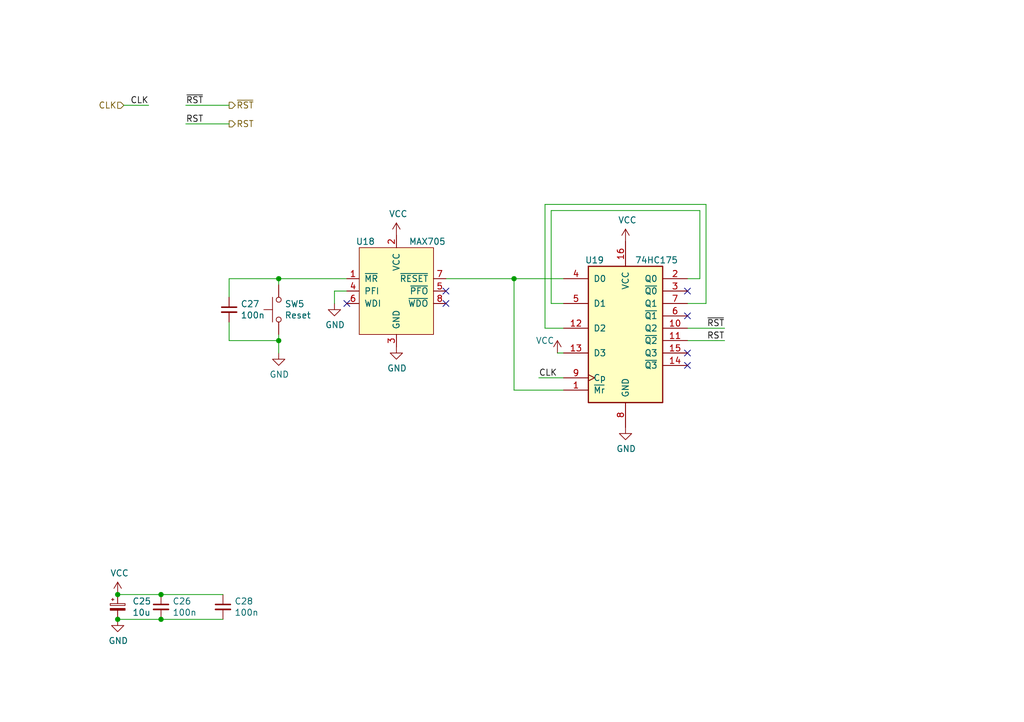
<source format=kicad_sch>
(kicad_sch (version 20211123) (generator eeschema)
  (paper "User" 210.007 148.006)
  (title_block (title "Reset Module") (date "2022-03-01") (rev "A.19") (comment 2 "https://github.com/adrienkohlbecker/65C816") (comment 3 "Licensed under CERN-OHL-W v2") (comment 4 "Copyright © 2021 Adrien Kohlbecker"))
  (lib_symbols
    (symbol "65C816:MAX705" (pin_names (offset 1.016))
      (property "Reference" "U" (at -6.35 10.16 0))
      (property "Value" "MAX705" (at 5.08 10.16 0))
      (symbol "MAX705_0_1"
        (rectangle (start -7.62 8.89) (end 7.62 -8.89) (fill (type background)))
      )
      (symbol "MAX705_1_1"
        (pin input line (at -10.16 2.54 0) (length 2.54) (name "~{MR}") (number "1"))
        (pin power_in line (at 0 11.43 270) (length 2.54) (name "VCC") (number "2"))
        (pin power_in line (at 0 -11.43 90) (length 2.54) (name "GND") (number "3"))
        (pin input line (at -10.16 0 0) (length 2.54) (name "PFI") (number "4"))
        (pin output line (at 10.16 0 180) (length 2.54) (name "~{PFO}") (number "5"))
        (pin input line (at -10.16 -2.54 0) (length 2.54) (name "WDI") (number "6"))
        (pin output line (at 10.16 2.54 180) (length 2.54) (name "~{RESET}") (number "7"))
        (pin output line (at 10.16 -2.54 180) (length 2.54) (name "~{WDO}") (number "8"))
      )
    )
    (symbol "74xx:74LS175" (pin_names (offset 1.016))
      (property "Reference" "U" (at -7.62 13.97 0))
      (property "Value" "74LS175" (at -7.62 -16.51 0))
      (symbol "74LS175_1_0"
        (pin input line (at -12.7 -12.7 0) (length 5.08) (name "~{Mr}") (number "1"))
        (pin output line (at 12.7 0 180) (length 5.08) (name "Q2") (number "10"))
        (pin output line (at 12.7 -2.54 180) (length 5.08) (name "~{Q2}") (number "11"))
        (pin input line (at -12.7 0 0) (length 5.08) (name "D2") (number "12"))
        (pin input line (at -12.7 -5.08 0) (length 5.08) (name "D3") (number "13"))
        (pin output line (at 12.7 -7.62 180) (length 5.08) (name "~{Q3}") (number "14"))
        (pin output line (at 12.7 -5.08 180) (length 5.08) (name "Q3") (number "15"))
        (pin power_in line (at 0 17.78 270) (length 5.08) (name "VCC") (number "16"))
        (pin output line (at 12.7 10.16 180) (length 5.08) (name "Q0") (number "2"))
        (pin output line (at 12.7 7.62 180) (length 5.08) (name "~{Q0}") (number "3"))
        (pin input line (at -12.7 10.16 0) (length 5.08) (name "D0") (number "4"))
        (pin input line (at -12.7 5.08 0) (length 5.08) (name "D1") (number "5"))
        (pin output line (at 12.7 2.54 180) (length 5.08) (name "~{Q1}") (number "6"))
        (pin output line (at 12.7 5.08 180) (length 5.08) (name "Q1") (number "7"))
        (pin power_in line (at 0 -20.32 90) (length 5.08) (name "GND") (number "8"))
        (pin input clock (at -12.7 -10.16 0) (length 5.08) (name "Cp") (number "9"))
      )
      (symbol "74LS175_1_1"
        (rectangle (start -7.62 12.7) (end 7.62 -15.24) (stroke (width 0.254)) (fill (type background)))
      )
    )
    (symbol "Device:C_Polarized_Small" (pin_numbers hide) (pin_names (offset 0.254) hide)
      (property "Reference" "C" (at 0.254 1.778 0))
      (property "Value" "C_Polarized_Small" (at 0.254 -2.032 0))
      (symbol "C_Polarized_Small_0_1"
        (rectangle (start -1.524 -0.3048) (end 1.524 -0.6858) (fill (type outline)))
        (rectangle (start -1.524 0.6858) (end 1.524 0.3048))
        (polyline (pts (xy -1.27 1.524) (xy -0.762 1.524)))
        (polyline (pts (xy -1.016 1.27) (xy -1.016 1.778)))
      )
      (symbol "C_Polarized_Small_1_1"
        (pin passive line (at 0 2.54 270) (length 1.8542) (name "~") (number "1"))
        (pin passive line (at 0 -2.54 90) (length 1.8542) (name "~") (number "2"))
      )
    )
    (symbol "Device:C_Small" (pin_numbers hide) (pin_names (offset 0.254) hide)
      (property "Reference" "C" (at 0.254 1.778 0))
      (property "Value" "C_Small" (at 0.254 -2.032 0))
      (symbol "C_Small_0_1"
        (polyline (pts (xy -1.524 -0.508) (xy 1.524 -0.508)) (stroke (width 0.3302)))
        (polyline (pts (xy -1.524 0.508) (xy 1.524 0.508)) (stroke (width 0.3048)))
      )
      (symbol "C_Small_1_1"
        (pin passive line (at 0 2.54 270) (length 2.032) (name "~") (number "1"))
        (pin passive line (at 0 -2.54 90) (length 2.032) (name "~") (number "2"))
      )
    )
    (symbol "Switch:SW_Push" (pin_numbers hide) (pin_names (offset 1.016) hide)
      (property "Reference" "SW" (at 1.27 2.54 0))
      (property "Value" "SW_Push" (at 0 -1.524 0))
      (symbol "SW_Push_0_1"
        (circle (center -2.032 0) (radius 0.508))
        (polyline (pts (xy 0 1.27) (xy 0 3.048)))
        (polyline (pts (xy 2.54 1.27) (xy -2.54 1.27)))
        (circle (center 2.032 0) (radius 0.508))
        (pin passive line (at -5.08 0 0) (length 2.54) (name "1") (number "1"))
        (pin passive line (at 5.08 0 180) (length 2.54) (name "2") (number "2"))
      )
    )
    (symbol "power:GND" (power) (pin_names (offset 0))
      (property "Value" "GND" (at 0 -3.81 0))
      (symbol "GND_0_1"
        (polyline (pts (xy 0 0) (xy 0 -1.27) (xy 1.27 -1.27) (xy 0 -2.54) (xy -1.27 -1.27) (xy 0 -1.27)))
      )
      (symbol "GND_1_1"
        (pin power_in line (at 0 0 270) (length 0) hide (name "GND") (number "1"))
      )
    )
    (symbol "power:VCC" (power) (pin_names (offset 0))
      (property "Value" "VCC" (at 0 3.81 0))
      (symbol "VCC_0_1"
        (polyline (pts (xy -0.762 1.27) (xy 0 2.54)))
        (polyline (pts (xy 0 0) (xy 0 2.54)))
        (polyline (pts (xy 0 2.54) (xy 0.762 1.27)))
      )
      (symbol "VCC_1_1"
        (pin power_in line (at 0 0 90) (length 0) hide (name "VCC") (number "1"))
      )
    )
  )
  (junction (at 57.15 69.85))
  (junction (at 105.41 57.15))
  (junction (at 24.13 121.92))
  (junction (at 33.02 121.92))
  (junction (at 33.02 127))
  (junction (at 24.13 127))
  (junction (at 57.15 57.15))
  (no_connect (at 140.97 59.69))
  (no_connect (at 91.44 59.69))
  (no_connect (at 140.97 72.39))
  (no_connect (at 71.12 62.23))
  (no_connect (at 91.44 62.23))
  (no_connect (at 140.97 74.93))
  (no_connect (at 140.97 64.77))
  (wire (pts (xy 113.03 43.18) (xy 113.03 62.23)))
  (wire (pts (xy 46.99 57.15) (xy 46.99 60.96)))
  (wire (pts (xy 143.51 43.18) (xy 113.03 43.18)))
  (wire (pts (xy 33.02 121.92) (xy 45.72 121.92)))
  (wire (pts (xy 140.97 69.85) (xy 148.59 69.85)))
  (wire (pts (xy 57.15 69.85) (xy 57.15 68.58)))
  (wire (pts (xy 144.78 62.23) (xy 144.78 41.91)))
  (wire (pts (xy 114.3 72.39) (xy 115.57 72.39)))
  (wire (pts (xy 46.99 25.4) (xy 38.1 25.4)))
  (wire (pts (xy 105.41 80.01) (xy 115.57 80.01)))
  (wire (pts (xy 71.12 57.15) (xy 57.15 57.15)))
  (wire (pts (xy 68.58 59.69) (xy 71.12 59.69)))
  (wire (pts (xy 57.15 57.15) (xy 57.15 58.42)))
  (wire (pts (xy 57.15 72.39) (xy 57.15 69.85)))
  (wire (pts (xy 25.4 21.59) (xy 30.48 21.59)))
  (wire (pts (xy 46.99 69.85) (xy 57.15 69.85)))
  (wire (pts (xy 140.97 62.23) (xy 144.78 62.23)))
  (wire (pts (xy 105.41 57.15) (xy 115.57 57.15)))
  (wire (pts (xy 38.1 21.59) (xy 46.99 21.59)))
  (wire (pts (xy 33.02 127) (xy 24.13 127)))
  (wire (pts (xy 140.97 67.31) (xy 148.59 67.31)))
  (wire (pts (xy 91.44 57.15) (xy 105.41 57.15)))
  (wire (pts (xy 143.51 57.15) (xy 140.97 57.15)))
  (wire (pts (xy 46.99 66.04) (xy 46.99 69.85)))
  (wire (pts (xy 105.41 57.15) (xy 105.41 80.01)))
  (wire (pts (xy 68.58 62.23) (xy 68.58 59.69)))
  (wire (pts (xy 33.02 121.92) (xy 24.13 121.92)))
  (wire (pts (xy 143.51 57.15) (xy 143.51 43.18)))
  (wire (pts (xy 110.49 77.47) (xy 115.57 77.47)))
  (wire (pts (xy 111.76 67.31) (xy 115.57 67.31)))
  (wire (pts (xy 113.03 62.23) (xy 115.57 62.23)))
  (wire (pts (xy 144.78 41.91) (xy 111.76 41.91)))
  (wire (pts (xy 57.15 57.15) (xy 46.99 57.15)))
  (wire (pts (xy 33.02 127) (xy 45.72 127)))
  (wire (pts (xy 111.76 41.91) (xy 111.76 67.31)))
  (label "RST" (at 38.1 25.4 0))
  (label "CLK" (at 30.48 21.59 180))
  (label "~{RST}" (at 38.1 21.59 0))
  (label "RST" (at 148.59 69.85 180))
  (label "~{RST}" (at 148.59 67.31 180))
  (label "CLK" (at 110.49 77.47 0))
  (hierarchical_label "~{RST}" (shape output) (at 46.99 21.59 0))
  (hierarchical_label "RST" (shape output) (at 46.99 25.4 0))
  (hierarchical_label "CLK" (shape input) (at 25.4 21.59 180))
  (symbol (lib_id "65C816:MAX705") (at 81.28 59.69 0) (unit 1)
    (property "Reference" "U18" (at 74.93 49.53 0))
    (property "Value" "MAX705" (at 87.63 49.53 0))
    (property "Datasheet" "https://datasheets.maximintegrated.com/en/ds/MAX705-MAX813L.pdf" (effects hide))
  )
  (symbol (lib_id "power:VCC") (at 81.28 48.26 0) (unit 1)
    (property "Reference" "#PWR080" (effects hide))
    (property "Value" "VCC" (at 81.661 43.8658 0))
  )
  (symbol (lib_id "power:GND") (at 81.28 71.12 0) (unit 1)
    (property "Reference" "#PWR081" (effects hide))
    (property "Value" "GND" (at 81.407 75.5142 0))
  )
  (symbol (lib_id "Switch:SW_Push") (at 57.15 63.5 90) (unit 1)
    (property "Reference" "SW5" (at 58.3692 62.3316 90) (effects (justify right)))
    (property "Value" "Reset" (at 58.3692 64.643 90) (effects (justify right)))
  )
  (symbol (lib_id "power:GND") (at 57.15 72.39 0) (unit 1)
    (property "Reference" "#PWR078" (effects hide))
    (property "Value" "GND" (at 57.277 76.7842 0))
  )
  (symbol (lib_id "Device:C_Small") (at 33.02 124.46 0) (unit 1)
    (property "Reference" "C26" (at 35.3568 123.2916 0) (effects (justify left)))
    (property "Value" "100n" (at 35.3568 125.603 0) (effects (justify left)))
  )
  (symbol (lib_id "Device:C_Small") (at 45.72 124.46 0) (unit 1)
    (property "Reference" "C28" (at 48.0568 123.2916 0) (effects (justify left)))
    (property "Value" "100n" (at 48.0568 125.603 0) (effects (justify left)))
  )
  (symbol (lib_id "power:VCC") (at 24.13 121.92 0) (unit 1)
    (property "Reference" "#PWR076" (effects hide))
    (property "Value" "VCC" (at 24.511 117.5258 0))
  )
  (symbol (lib_id "power:GND") (at 24.13 127 0) (unit 1)
    (property "Reference" "#PWR077" (effects hide))
    (property "Value" "GND" (at 24.257 131.3942 0))
  )
  (symbol (lib_id "Device:C_Small") (at 46.99 63.5 0) (unit 1)
    (property "Reference" "C27" (at 49.3268 62.3316 0) (effects (justify left)))
    (property "Value" "100n" (at 49.3268 64.643 0) (effects (justify left)))
  )
  (symbol (lib_id "74xx:74LS175") (at 128.27 67.31 0) (unit 1)
    (property "Reference" "U19" (at 121.92 53.34 0))
    (property "Value" "74HC175" (at 134.62 53.34 0))
    (property "Datasheet" "https://www.ti.com/lit/ds/symlink/cd74hc175.pdf" (effects hide))
  )
  (symbol (lib_id "power:VCC") (at 128.27 49.53 0) (unit 1)
    (property "Reference" "#PWR082" (effects hide))
    (property "Value" "VCC" (at 128.651 45.1358 0))
  )
  (symbol (lib_id "power:GND") (at 128.27 87.63 0) (unit 1)
    (property "Reference" "#PWR083" (effects hide))
    (property "Value" "GND" (at 128.397 92.0242 0))
  )
  (symbol (lib_id "power:GND") (at 68.58 62.23 0) (unit 1)
    (property "Reference" "#PWR079" (effects hide))
    (property "Value" "GND" (at 68.707 66.6242 0))
  )
  (symbol (lib_id "Device:C_Polarized_Small") (at 24.13 124.46 0) (unit 1)
    (property "Reference" "C25" (at 27.1272 123.2916 0) (effects (justify left)))
    (property "Value" "10u" (at 27.1272 125.603 0) (effects (justify left)))
  )
  (symbol (lib_id "power:VCC") (at 114.3 72.39 0) (unit 1)
    (property "Reference" "#PWR0112" (effects hide))
    (property "Value" "VCC" (at 111.76 69.85 0))
  )
)
</source>
